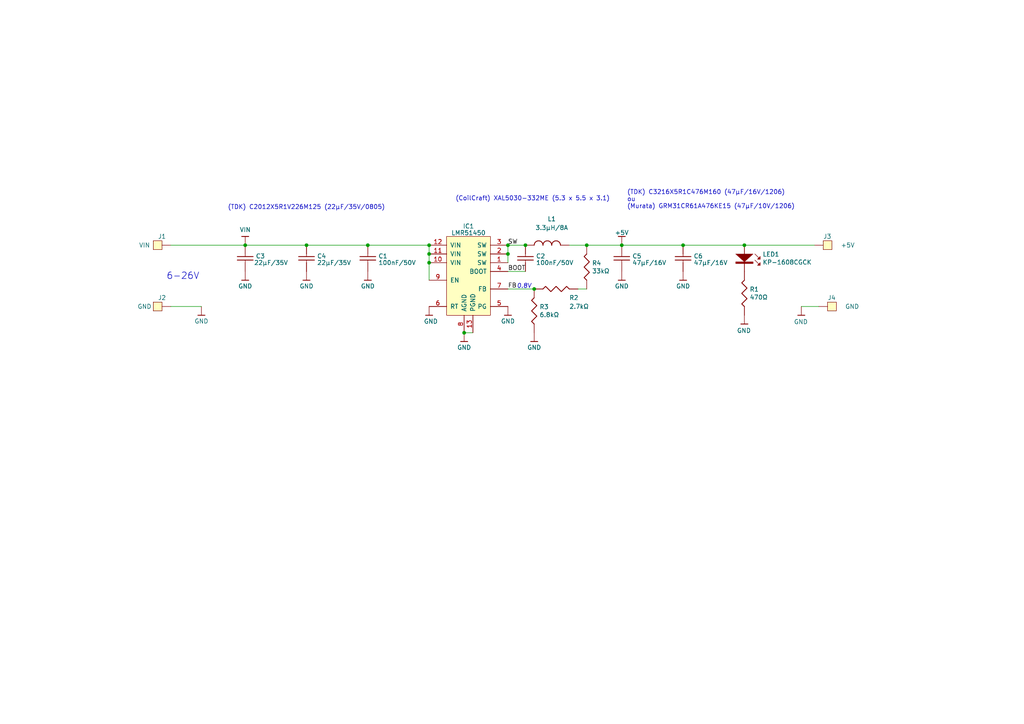
<source format=kicad_sch>
(kicad_sch (version 20250114) (generator "eeschema") (generator_version "9.0")
  (paper "A4")
  (title_block (date "2023-06-12"))
  (lib_symbols
    (symbol "_GRZ_Connectors:CON01" (pin_numbers (hide yes)) (pin_names (offset 0) (hide yes))
      (property "Reference" "J" (at 3.81 2.54 0))
      (property "Value" "CON01" (at 5.08 -2.54 0))
      (symbol "CON01_0_1"
        (rectangle (start 2.54 1.27) (end 5.08 -1.27) (stroke (width 0.1524)) (fill (type background)))
      )
      (symbol "CON01_1_1"
        (pin passive line (at 0 0 0) (length 2.54) (name "~") (number "1"))
      )
    )
    (symbol "_GRZ_Opto:KP-1608CGCK" (pin_numbers (hide yes)) (pin_names (offset 0) (hide yes))
      (property "Reference" "LED" (at 1.27 6.35 0))
      (property "Value" "KP-1608CGCK" (at 1.27 -3.81 0))
      (symbol "KP-1608CGCK_0_1"
        (polyline (pts (xy 0 2.54) (xy 0 -2.54) (xy 2.286 0) (xy 0 2.54)) (stroke (width 0.0254)) (fill (type outline)))
        (rectangle (start 2.286 2.54) (end 2.794 -2.54) (stroke (width 0.0254)) (fill (type outline)))
      )
      (symbol "KP-1608CGCK_1_1"
        (polyline (pts (xy 0 3.048) (xy 1.524 4.572)) (stroke (width 0.1524)))
        (polyline (pts (xy 0.762 4.572) (xy 1.524 4.572) (xy 1.524 3.81) (xy 0.762 4.572)) (stroke (width 0.1524)) (fill (type outline)))
        (polyline (pts (xy 1.778 3.048) (xy 3.302 4.572)) (stroke (width 0.1524)))
        (polyline (pts (xy 2.54 4.572) (xy 3.302 4.572) (xy 3.302 3.81) (xy 2.54 4.572)) (stroke (width 0.1524)) (fill (type outline)))
        (pin passive line (at -2.54 0 0) (length 2.54) (name "A") (number "2"))
        (pin passive line (at 5.08 0 180) (length 2.54) (name "K") (number "1"))
      )
    )
    (symbol "_GRZ_Passive:CAP" (pin_numbers (hide yes)) (pin_names (offset 0) (hide yes))
      (property "Reference" "C" (at 5.08 0 0))
      (property "Value" "CAP" (at 5.08 -2.54 0))
      (symbol "CAP_0_1"
        (polyline (pts (xy -2.286 -0.762) (xy 2.286 -0.762)) (stroke (width 0.254)))
        (polyline (pts (xy -2.286 -1.778) (xy 2.286 -1.778)) (stroke (width 0.254)))
        (polyline (pts (xy 0 -0.762) (xy 0 0)) (stroke (width 0.1524)))
        (polyline (pts (xy 0 -2.54) (xy 0 -1.778)) (stroke (width 0.1524)))
      )
      (symbol "CAP_1_1"
        (pin passive line (at 0 2.54 270) (length 2.54) (name "~") (number "1"))
        (pin passive line (at 0 -5.08 90) (length 2.54) (name "~") (number "2"))
      )
    )
    (symbol "_GRZ_Passive:INDUCTOR" (pin_numbers (hide yes)) (pin_names (offset 0.254) (hide yes))
      (property "Reference" "L" (at 2.54 1.27 0))
      (property "Value" "INDUCTOR" (at 2.54 -2.54 0))
      (symbol "INDUCTOR_1_1"
        (arc (start 0 2.54) (mid 1.2645 1.27) (end 0 0) (stroke (width 0.254)))
        (arc (start 0 0) (mid 1.2645 -1.27) (end 0 -2.54) (stroke (width 0.254)))
        (arc (start 0 -2.54) (mid 1.2645 -3.81) (end 0 -5.08) (stroke (width 0.254)))
        (pin passive line (at 0 5.08 270) (length 2.54) (name "~") (number "1"))
        (pin passive line (at 0 -7.62 90) (length 2.54) (name "~") (number "2"))
      )
    )
    (symbol "_GRZ_Passive:RES1" (pin_numbers (hide yes)) (pin_names (offset 0) (hide yes))
      (property "Reference" "R" (at 2.54 2.54 0))
      (property "Value" "RES1" (at 2.54 0 0))
      (symbol "RES1_0_1"
        (polyline (pts (xy 0 5.08) (xy -0.762 4.318) (xy 0.762 2.794) (xy -0.762 1.27) (xy 0.762 -0.254) (xy -0.762 -1.778) (xy 0 -2.54)) (stroke (width 0.254)))
      )
      (symbol "RES1_1_1"
        (pin passive line (at 0 7.62 270) (length 2.54) (name "~") (number "1"))
        (pin passive line (at 0 -5.08 90) (length 2.54) (name "~") (number "2"))
      )
    )
    (symbol "_GRZ_Power:+5V" (power) (pin_numbers (hide yes)) (pin_names (offset 0) (hide yes))
      (property "Value" "+5V" (at 0 3.81 0))
      (symbol "+5V_0_1"
        (polyline (pts (xy -1.016 2.54) (xy 1.016 2.54)) (stroke (width 0.254)))
        (polyline (pts (xy 0 2.54) (xy 0 0)) (stroke (width 0.1524)))
      )
      (symbol "+5V_1_1"
        (pin power_in line (at 0 0 90) (length 0) (hide yes) (name "+5V") (number "1"))
      )
    )
    (symbol "_GRZ_Power:GND" (power) (pin_numbers (hide yes)) (pin_names (offset 0) (hide yes))
      (property "Value" "GND" (at 0 -3.81 0))
      (symbol "GND_0_1"
        (polyline (pts (xy -1.016 -2.54) (xy 1.016 -2.54)) (stroke (width 0.254)))
        (polyline (pts (xy 0 0) (xy 0 -2.54)) (stroke (width 0.1524)))
      )
      (symbol "GND_1_1"
        (pin power_in line (at 0 0 270) (length 0) (hide yes) (name "GND") (number "1"))
      )
    )
    (symbol "_GRZ_Power:VIN" (power) (pin_numbers (hide yes)) (pin_names (offset 0) (hide yes))
      (property "Value" "VIN" (at 0 3.81 0))
      (symbol "VIN_0_1"
        (polyline (pts (xy -1.016 2.54) (xy 1.016 2.54)) (stroke (width 0.254)))
        (polyline (pts (xy 0 2.54) (xy 0 0)) (stroke (width 0.1524)))
      )
      (symbol "VIN_1_1"
        (pin power_in line (at 0 0 90) (length 0) (hide yes) (name "VIN") (number "1"))
      )
    )
    (symbol "_GRZ_Regulators:LMR51450" (pin_names (offset 1.016))
      (property "Reference" "IC" (at -6.35 13.97 0))
      (property "Value" "LMR51450" (at 2.54 13.97 0))
      (symbol "LMR51450_0_1"
        (rectangle (start -5.08 12.7) (end 7.62 -10.16) (stroke (width 0.1524)) (fill (type background)))
      )
      (symbol "LMR51450_1_1"
        (pin power_in line (at -10.16 10.16 0) (length 5.08) (name "VIN") (number "12"))
        (pin power_in line (at -10.16 7.62 0) (length 5.08) (name "VIN") (number "11"))
        (pin power_in line (at -10.16 5.08 0) (length 5.08) (name "VIN") (number "10"))
        (pin input line (at -10.16 0 0) (length 5.08) (name "EN") (number "9"))
        (pin input line (at -10.16 -7.62 0) (length 5.08) (name "RT") (number "6"))
        (pin power_in line (at 0 -15.24 90) (length 5.08) (name "AGND") (number "8"))
        (pin power_in line (at 2.54 -15.24 90) (length 5.08) (name "PGND") (number "13"))
        (pin output line (at 12.7 10.16 180) (length 5.08) (name "SW") (number "3"))
        (pin output line (at 12.7 7.62 180) (length 5.08) (name "SW") (number "2"))
        (pin output line (at 12.7 5.08 180) (length 5.08) (name "SW") (number "1"))
        (pin input line (at 12.7 2.54 180) (length 5.08) (name "BOOT") (number "4"))
        (pin input line (at 12.7 -2.54 180) (length 5.08) (name "FB") (number "7"))
        (pin open_collector line (at 12.7 -7.62 180) (length 5.08) (name "PG") (number "5"))
      )
    )
  )
  (text "(TDK) C2012X5R1V226M125 (22µF/35V/0805)\n" (at 66.04 60.96 0) (effects (font (size 1.27 1.27)) (justify left bottom)))
  (text "(TDK) C3216X5R1C476M160 (47µF/16V/1206)\nou\n(Murata) GRM31CR61A476KE15 (47µF/10V/1206)\n" (at 181.864 60.706 0) (effects (font (size 1.27 1.27)) (justify left bottom)))
  (text "(CoilCraft) XAL5030-332ME (5.3 x 5.5 x 3.1)\n" (at 132.08 58.42 0) (effects (font (size 1.27 1.27)) (justify left bottom)))
  (text "6-26V" (at 48.26 81.28 0) (effects (font (size 1.905 1.905)) (justify left bottom)))
  (text "0.8V" (at 149.86 83.82 0) (effects (font (size 1.27 1.27) (italic yes)) (justify left bottom)))
  (junction (at 147.32 73.66))
  (junction (at 152.4 71.12))
  (junction (at 180.34 71.12))
  (junction (at 198.12 71.12))
  (junction (at 124.46 73.66))
  (junction (at 134.62 96.52))
  (junction (at 124.46 76.2))
  (junction (at 124.46 71.12))
  (junction (at 170.18 71.12))
  (junction (at 147.32 71.12))
  (junction (at 88.9 71.12))
  (junction (at 106.68 71.12))
  (junction (at 154.94 83.82))
  (junction (at 71.12 71.12))
  (junction (at 215.9 71.12))
  (wire (pts (xy 71.12 71.12) (xy 88.9 71.12)))
  (wire (pts (xy 106.68 71.12) (xy 124.46 71.12)))
  (wire (pts (xy 232.41 88.9) (xy 237.49 88.9)))
  (wire (pts (xy 49.53 71.12) (xy 71.12 71.12)))
  (wire (pts (xy 215.9 71.12) (xy 236.22 71.12)))
  (wire (pts (xy 134.62 96.52) (xy 137.16 96.52)))
  (wire (pts (xy 49.53 88.9) (xy 58.42 88.9)))
  (wire (pts (xy 180.34 71.12) (xy 198.12 71.12)))
  (wire (pts (xy 147.32 71.12) (xy 152.4 71.12)))
  (wire (pts (xy 124.46 73.66) (xy 124.46 76.2)))
  (wire (pts (xy 147.32 83.82) (xy 154.94 83.82)))
  (wire (pts (xy 124.46 71.12) (xy 124.46 73.66)))
  (wire (pts (xy 165.1 71.12) (xy 170.18 71.12)))
  (wire (pts (xy 147.32 78.74) (xy 152.4 78.74)))
  (wire (pts (xy 124.46 76.2) (xy 124.46 81.28)))
  (wire (pts (xy 167.64 83.82) (xy 170.18 83.82)))
  (wire (pts (xy 198.12 71.12) (xy 215.9 71.12)))
  (wire (pts (xy 147.32 73.66) (xy 147.32 76.2)))
  (wire (pts (xy 147.32 71.12) (xy 147.32 73.66)))
  (wire (pts (xy 88.9 71.12) (xy 106.68 71.12)))
  (wire (pts (xy 170.18 71.12) (xy 180.34 71.12)))
  (label "FB" (at 147.32 83.82 0))
  (label "BOOT" (at 147.32 78.74 0))
  (label "SW" (at 147.32 71.12 0))
  (symbol (lib_id "_GRZ_Power:GND") (at 232.41 88.9 0) (unit 1)
    (property "Reference" "#PWR03" (effects (hide yes)))
    (property "Value" "GND" (at 232.283 93.345 0))
  )
  (symbol (lib_id "_GRZ_Power:VIN") (at 71.12 71.12 0) (unit 1)
    (property "Reference" "#PWR01" (effects (hide yes)))
    (property "Value" "VIN" (at 71.12 66.6496 0))
  )
  (symbol (lib_id "_GRZ_Passive:CAP") (at 88.9 73.66 0) (unit 1)
    (property "Reference" "C4" (at 91.948 74.2863 0) (effects (justify left)))
    (property "Value" "22µF/35V" (at 91.948 76.2073 0) (effects (justify left)))
    (property "Footprint" "_Capacitors_GRZ:C_0805" (effects (hide yes)))
  )
  (symbol (lib_id "_GRZ_Power:GND") (at 180.34 78.74 0) (unit 1)
    (property "Reference" "#PWR013" (effects (hide yes)))
    (property "Value" "GND" (at 180.34 83.0025 0))
  )
  (symbol (lib_id "_GRZ_Power:GND") (at 198.12 78.74 0) (unit 1)
    (property "Reference" "#PWR014" (effects (hide yes)))
    (property "Value" "GND" (at 198.12 83.0025 0))
  )
  (symbol (lib_id "_GRZ_Passive:RES1") (at 215.9 86.36 0) (unit 1)
    (property "Reference" "R1" (at 217.424 83.9216 0) (effects (justify left)))
    (property "Value" "470Ω" (at 217.424 86.233 0) (effects (justify left)))
    (property "Footprint" "_Resistors_GRZ:R_0603" (effects (hide yes)))
  )
  (symbol (lib_id "_GRZ_Power:GND") (at 71.12 78.74 0) (unit 1)
    (property "Reference" "#PWR09" (effects (hide yes)))
    (property "Value" "GND" (at 71.12 83.0025 0))
  )
  (symbol (lib_id "_GRZ_Power:GND") (at 215.9 91.44 0) (unit 1)
    (property "Reference" "#PWR04" (effects (hide yes)))
    (property "Value" "GND" (at 215.773 95.885 0))
  )
  (symbol (lib_id "_GRZ_Passive:RES1") (at 160.02 83.82 270) (unit 1)
    (property "Reference" "R2" (at 165.1 86.36 90) (effects (justify left)))
    (property "Value" "2.7kΩ" (at 165.1 88.9 90) (effects (justify left)))
    (property "Footprint" "_Resistors_GRZ:R_0603" (effects (hide yes)))
  )
  (symbol (lib_id "_GRZ_Power:GND") (at 124.46 88.9 0) (unit 1)
    (property "Reference" "#PWR012" (effects (hide yes)))
    (property "Value" "GND" (at 124.968 93.218 0))
  )
  (symbol (lib_id "_GRZ_Passive:CAP") (at 71.12 73.66 0) (unit 1)
    (property "Reference" "C3" (at 74.168 74.2863 0) (effects (justify left)))
    (property "Value" "22µF/35V" (at 73.66 76.2 0) (effects (justify left)))
    (property "Footprint" "_Capacitors_GRZ:C_0805" (effects (hide yes)))
  )
  (symbol (lib_id "_GRZ_Opto:KP-1608CGCK") (at 215.9 73.66 270) (unit 1)
    (property "Reference" "LED1" (at 221.1832 73.7616 90) (effects (justify left)))
    (property "Value" "KP-1608CGCK" (at 221.1832 76.073 90) (effects (justify left)))
    (property "Footprint" "_Opto_GRZ:KP-1608CGCK" (effects (hide yes)))
  )
  (symbol (lib_id "_GRZ_Power:GND") (at 134.62 96.52 0) (unit 1)
    (property "Reference" "#PWR06" (effects (hide yes)))
    (property "Value" "GND" (at 134.62 100.7825 0))
  )
  (symbol (lib_id "_GRZ_Passive:CAP") (at 198.12 73.66 0) (unit 1)
    (property "Reference" "C6" (at 201.168 74.2863 0) (effects (justify left)))
    (property "Value" "47µF/16V" (at 201.168 76.2073 0) (effects (justify left)))
    (property "Footprint" "_Capacitors_GRZ:C_1206" (effects (hide yes)))
  )
  (symbol (lib_id "_GRZ_Passive:CAP") (at 152.4 73.66 0) (unit 1)
    (property "Reference" "C2" (at 155.448 74.2863 0) (effects (justify left)))
    (property "Value" "100nF/50V" (at 155.448 76.2073 0) (effects (justify left)))
    (property "Footprint" "_Capacitors_GRZ:C_0603" (effects (hide yes)))
  )
  (symbol (lib_id "_GRZ_Passive:INDUCTOR") (at 157.48 71.12 90) (unit 1)
    (property "Reference" "L1" (at 160.02 63.5 90))
    (property "Value" "3.3µH/8A" (at 160.02 66.04 90))
    (property "Footprint" "_Inductors_GRZ:XAL5030" (effects (hide yes)))
  )
  (symbol (lib_id "_GRZ_Power:+5V") (at 180.34 71.12 0) (unit 1)
    (property "Reference" "#PWR02" (effects (hide yes)))
    (property "Value" "+5V" (at 180.34 67.4911 0))
  )
  (symbol (lib_id "_GRZ_Connectors:CON01") (at 236.22 71.12 0) (unit 1) (in_bom no)
    (property "Reference" "J3" (at 238.76 68.58 0) (effects (justify left)))
    (property "Value" "+5V" (at 243.84 71.12 0) (effects (justify left)))
    (property "Footprint" "ENAC_robotique:power_PAD_THT" (effects (hide yes)))
  )
  (symbol (lib_id "_GRZ_Connectors:CON01") (at 49.53 71.12 180) (unit 1) (in_bom no)
    (property "Reference" "J1" (at 46.99 68.58 0))
    (property "Value" "VIN" (at 41.91 71.12 0))
    (property "Footprint" "ENAC_robotique:power_PAD_THT" (effects (hide yes)))
  )
  (symbol (lib_id "_GRZ_Passive:RES1") (at 154.94 91.44 0) (unit 1)
    (property "Reference" "R3" (at 156.464 89.0016 0) (effects (justify left)))
    (property "Value" "6.8kΩ" (at 156.464 91.313 0) (effects (justify left)))
    (property "Footprint" "_Resistors_GRZ:R_0603" (effects (hide yes)))
  )
  (symbol (lib_id "_GRZ_Power:GND") (at 88.9 78.74 0) (unit 1)
    (property "Reference" "#PWR010" (effects (hide yes)))
    (property "Value" "GND" (at 88.9 83.0025 0))
  )
  (symbol (lib_id "_GRZ_Connectors:CON01") (at 49.53 88.9 180) (unit 1) (in_bom no)
    (property "Reference" "J2" (at 46.99 86.36 0))
    (property "Value" "GND" (at 41.91 88.9 0))
    (property "Footprint" "ENAC_robotique:power_PAD_THT" (effects (hide yes)))
  )
  (symbol (lib_id "_GRZ_Regulators:LMR51450") (at 134.62 81.28 0) (unit 1)
    (property "Reference" "IC1" (at 135.89 65.6209 0))
    (property "Value" "LMR51450" (at 135.89 67.5419 0))
    (property "Footprint" "_Regulators_GRZ:LMR51450" (effects (hide yes)))
  )
  (symbol (lib_id "_GRZ_Power:GND") (at 154.94 96.52 0) (unit 1)
    (property "Reference" "#PWR05" (effects (hide yes)))
    (property "Value" "GND" (at 154.94 100.7825 0))
  )
  (symbol (lib_id "_GRZ_Power:GND") (at 106.68 78.74 0) (unit 1)
    (property "Reference" "#PWR011" (effects (hide yes)))
    (property "Value" "GND" (at 106.68 83.0025 0))
  )
  (symbol (lib_id "_GRZ_Connectors:CON01") (at 237.49 88.9 0) (unit 1) (in_bom no)
    (property "Reference" "J4" (at 240.03 86.36 0) (effects (justify left)))
    (property "Value" "GND" (at 245.11 88.9 0) (effects (justify left)))
    (property "Footprint" "ENAC_robotique:power_PAD_THT" (effects (hide yes)))
  )
  (symbol (lib_id "_GRZ_Power:GND") (at 58.42 88.9 0) (unit 1)
    (property "Reference" "#PWR08" (effects (hide yes)))
    (property "Value" "GND" (at 58.42 93.1625 0))
  )
  (symbol (lib_id "_GRZ_Passive:RES1") (at 170.18 78.74 0) (unit 1)
    (property "Reference" "R4" (at 171.704 76.3016 0) (effects (justify left)))
    (property "Value" "33kΩ" (at 171.704 78.613 0) (effects (justify left)))
    (property "Footprint" "_Resistors_GRZ:R_0603" (effects (hide yes)))
  )
  (symbol (lib_id "_GRZ_Passive:CAP") (at 180.34 73.66 0) (unit 1)
    (property "Reference" "C5" (at 183.388 74.2863 0) (effects (justify left)))
    (property "Value" "47µF/16V" (at 183.388 76.2073 0) (effects (justify left)))
    (property "Footprint" "_Capacitors_GRZ:C_1206" (effects (hide yes)))
  )
  (symbol (lib_id "_GRZ_Power:GND") (at 147.32 88.9 0) (unit 1)
    (property "Reference" "#PWR07" (effects (hide yes)))
    (property "Value" "GND" (at 147.32 93.1625 0))
  )
  (symbol (lib_id "_GRZ_Passive:CAP") (at 106.68 73.66 0) (unit 1)
    (property "Reference" "C1" (at 109.728 74.2863 0) (effects (justify left)))
    (property "Value" "100nF/50V" (at 109.728 76.2073 0) (effects (justify left)))
    (property "Footprint" "_Capacitors_GRZ:C_0603" (effects (hide yes)))
  )
)
</source>
